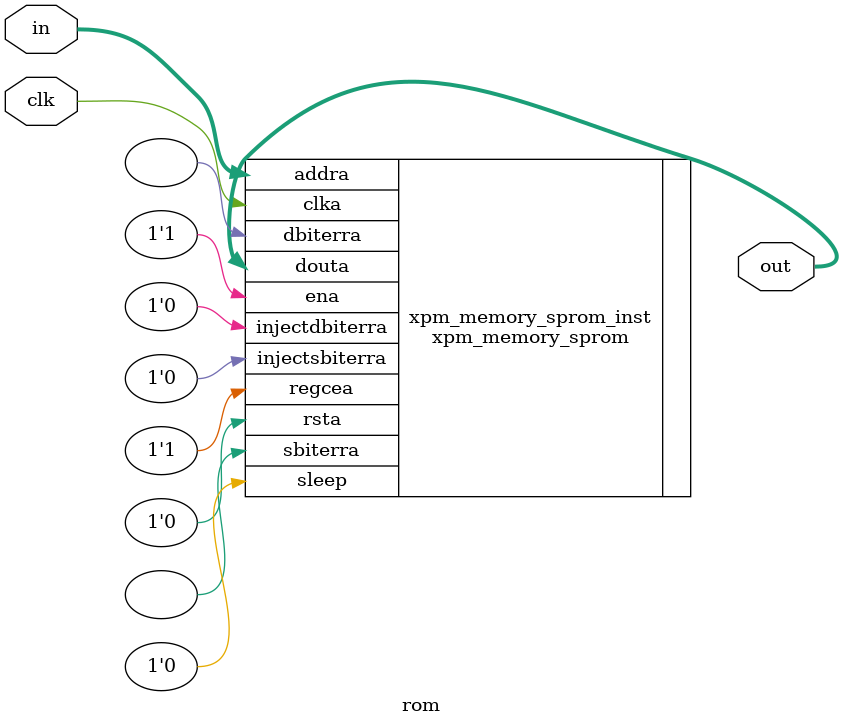
<source format=v>
module rom (
    input  wire       clk,
    input  wire [3:0] in,
    output wire [7:0] out
);

    // TODO: Fill template of ROM from language template and adjust parameters/ports as needed.
    

// XPM_MEMORY instantiation template for Single Port ROM configurations
// Refer to the targeted device family architecture libraries guide for XPM_MEMORY documentation
// =======================================================================================================================

// Parameter usage table, organized as follows:
// +---------------------------------------------------------------------------------------------------------------------+
// | Parameter name       | Data type          | Restrictions, if applicable                                             |
// |---------------------------------------------------------------------------------------------------------------------|
// | Description                                                                                                         |
// +---------------------------------------------------------------------------------------------------------------------+
// +---------------------------------------------------------------------------------------------------------------------+
// | ADDR_WIDTH_A         | Integer            | Range: 1 - 20. Default value = 6.                                       |
// |---------------------------------------------------------------------------------------------------------------------|
// | Specify the width of the port A address port addra, in bits.                                                        |
// | Must be large enough to access the entire memory from port A, i.e. &gt;= $clog2(MEMORY_SIZE/READ_DATA_WIDTH_A).     |
// +---------------------------------------------------------------------------------------------------------------------+
// | AUTO_SLEEP_TIME      | Integer            | Range: 0 - 15. Default value = 0.                                       |
// |---------------------------------------------------------------------------------------------------------------------|
// | Must be set to 0                                                                                                    |
// | 0 - Disable auto-sleep feature                                                                                      |
// +---------------------------------------------------------------------------------------------------------------------+
// | CASCADE_HEIGHT       | Integer            | Range: 0 - 64. Default value = 0.                                       |
// |---------------------------------------------------------------------------------------------------------------------|
// | 0- No Cascade Height, Allow Vivado Synthesis to choose.                                                             |
// | 1 or more - Vivado Synthesis sets the specified value as Cascade Height.                                            |
// +---------------------------------------------------------------------------------------------------------------------+
// | ECC_BIT_RANGE        | String             | Default value = 7:0.                                                    |
// |---------------------------------------------------------------------------------------------------------------------|
// | This parameter is only used by synthesis. Specify the ECC bit range on the provided data.                           |
// | "7:0" - it specifies lower 8 bits are ECC bits.                                                                     |
// +---------------------------------------------------------------------------------------------------------------------+
// | ECC_MODE             | String             | Allowed values: no_ecc, both_encode_and_decode, decode_only, encode_only. Default value = no_ecc.|
// |---------------------------------------------------------------------------------------------------------------------|
// |                                                                                                                     |
// |   "no_ecc" - Disables ECC                                                                                           |
// |   "encode_only" - Enables ECC Encoder only                                                                          |
// |   "decode_only" - Enables ECC Decoder only                                                                          |
// |   "both_encode_and_decode" - Enables both ECC Encoder and Decoder                                                   |
// +---------------------------------------------------------------------------------------------------------------------+
// | ECC_TYPE             | String             | Allowed values: none, ECCHSIAO32-7, ECCHSIAO64-8, ECCHSIAO128-9, ECCH32-7, ECCH64-8. Default value = none.|
// |---------------------------------------------------------------------------------------------------------------------|
// | This parameter is only used by synthesis. Specify the algorithm used to generate the ecc bits outside the XPM Memory.|
// | XPM Memory does not performs ECC operation with this parameter.                                                     |
// |                                                                                                                     |
// |   "none" - No ECC                                                                                                   |
// |   "ECCH32-7" - 32 bit ECC Hamming algorithm is used                                                                 |
// |   "ECCH64-8" - 64 bit ECC Hamming algorithm is used                                                                 |
// |   "ECCHSIAO32-7" - 32 bit ECC HSIAO algorithm is used                                                               |
// |   "ECCHSIAO64-8" - 64 bit ECC HSIAO algorithm is used                                                               |
// |   "ECCHSIAO128-9" - 128 bit ECC HSIAO algorithm is used                                                             |
// +---------------------------------------------------------------------------------------------------------------------+
// | IGNORE_INIT_SYNTH    | Integer            | Range: 0 - 1. Default value = 0.                                        |
// |---------------------------------------------------------------------------------------------------------------------|
// | 0 - Initiazation file if specified will applies for both simulation and synthesis                                   |
// | 1 - Initiazation file if specified will applies for only simulation and will ignore for synthesis                   |
// +---------------------------------------------------------------------------------------------------------------------+
// | MEMORY_INIT_FILE     | String             | Default value = none.                                                   |
// |---------------------------------------------------------------------------------------------------------------------|
// | Specify "none" (including quotes) for no memory initialization, or specify the name of a memory initialization file-|
// | Enter only the name of the file with .mem extension, including quotes but without path (e.g. "my_file.mem").        |
// | File format must be ASCII and consist of only hexadecimal values organized into the specified depth by              |
// | narrowest data width generic value of the memory. Initialization of memory happens through the file name specified only when parameter|
// | MEMORY_INIT_PARAM value is equal to "".                                                                             |
// | When using XPM_MEMORY in a project, add the specified file to the Vivado project as a design source.                |
// +---------------------------------------------------------------------------------------------------------------------+
// | MEMORY_INIT_PARAM    | String             | Default value = 0.                                                      |
// |---------------------------------------------------------------------------------------------------------------------|
// | Specify "" or "0" (including quotes) for no memory initialization through parameter, or specify the string          |
// | containing the hex characters. Enter only hex characters with each location separated by delimiter (,).             |
// | Parameter format must be ASCII and consist of only hexadecimal values organized into the specified depth by         |
// | narrowest data width generic value of the memory.For example, if the narrowest data width is 8, and the depth of    |
// | memory is 8 locations, then the parameter value should be passed as shown below.                                    |
// | parameter MEMORY_INIT_PARAM = "AB,CD,EF,1,2,34,56,78"                                                               |
// | Where "AB" is the 0th location and "78" is the 7th location.                                                        |
// +---------------------------------------------------------------------------------------------------------------------+
// | MEMORY_OPTIMIZATION  | String             | Allowed values: true, false. Default value = true.                      |
// |---------------------------------------------------------------------------------------------------------------------|
// | Specify "true" to enable the optimization of unused memory or bits in the memory structure. Specify "false" to      |
// | disable the optimization of unused memory or bits in the memory structure.                                          |
// +---------------------------------------------------------------------------------------------------------------------+
// | MEMORY_PRIMITIVE     | String             | Allowed values: auto, block, distributed, ultra. Default value = auto.  |
// |---------------------------------------------------------------------------------------------------------------------|
// | Designate the memory primitive (resource type) to use-                                                              |
// | "auto"- Allow Vivado Synthesis to choose                                                                            |
// | "distributed"- Distributed memory                                                                                   |
// | "block"- Block memory                                                                                               |
// +---------------------------------------------------------------------------------------------------------------------+
// | MEMORY_SIZE          | Integer            | Range: 2 - 150994944. Default value = 2048.                             |
// |---------------------------------------------------------------------------------------------------------------------|
// | Specify the total memory array size, in bits.                                                                       |
// | For example, enter 65536 for a 2kx32 ROM.                                                                           |
// +---------------------------------------------------------------------------------------------------------------------+
// | MESSAGE_CONTROL      | Integer            | Range: 0 - 1. Default value = 0.                                        |
// |---------------------------------------------------------------------------------------------------------------------|
// | Specify 1 to enable the dynamic message reporting such as collision warnings, and 0 to disable the message reporting|
// +---------------------------------------------------------------------------------------------------------------------+
// | RAM_DECOMP           | String             | Allowed values: auto, area, power. Default value = auto.                |
// |---------------------------------------------------------------------------------------------------------------------|
// |  Specifies the decomposition of the memory.                                                                         |
// |  "auto" - Synthesis selects default.                                                                                |
// |  "power" - Synthesis selects a strategy to reduce switching activity of RAMs and maps using widest configuration possible.|
// |  "area" - Synthesis selects a strategy to reduce RAM resource count.                                                |
// +---------------------------------------------------------------------------------------------------------------------+
// | READ_DATA_WIDTH_A    | Integer            | Range: 1 - 4608. Default value = 32.                                    |
// |---------------------------------------------------------------------------------------------------------------------|
// | Specify the width of the port A read data output port douta, in bits.                                               |
// +---------------------------------------------------------------------------------------------------------------------+
// | READ_LATENCY_A       | Integer            | Range: 0 - 100. Default value = 2.                                      |
// |---------------------------------------------------------------------------------------------------------------------|
// | Specify the number of register stages in the port A read data pipeline. Read data output to port douta takes this   |
// | number of clka cycles.                                                                                              |
// | To target block memory, a value of 1 or larger is required- 1 causes use of memory latch only; 2 causes use of      |
// | output register. To target distributed memory, a value of 0 or larger is required- 0 indicates combinatorial output.|
// | Values larger than 2 synthesize additional flip-flops that are not retimed into memory primitives.                  |
// +---------------------------------------------------------------------------------------------------------------------+
// | READ_RESET_VALUE_A   | String             | Default value = 0.                                                      |
// |---------------------------------------------------------------------------------------------------------------------|
// | Specify the reset value of the port A final output register stage in response to rsta input port is assertion.      |
// | For example, to reset the value of port douta to all 0s when READ_DATA_WIDTH_A is 32, specify 32HHHHh0.             |
// +---------------------------------------------------------------------------------------------------------------------+
// | RST_MODE_A           | String             | Allowed values: SYNC, ASYNC. Default value = SYNC.                      |
// |---------------------------------------------------------------------------------------------------------------------|
// | Describes the behaviour of the reset                                                                                |
// |                                                                                                                     |
// |   "SYNC" - when reset is applied, synchronously resets output port douta to the value specified by parameter READ_RESET_VALUE_A|
// |   "ASYNC" - when reset is applied, asynchronously resets output port douta to zero                                  |
// +---------------------------------------------------------------------------------------------------------------------+
// | SIM_ASSERT_CHK       | Integer            | Range: 0 - 1. Default value = 0.                                        |
// |---------------------------------------------------------------------------------------------------------------------|
// | 0- Disable simulation message reporting. Messages related to potential misuse will not be reported.                 |
// | 1- Enable simulation message reporting. Messages related to potential misuse will be reported.                      |
// +---------------------------------------------------------------------------------------------------------------------+
// | USE_MEM_INIT         | Integer            | Range: 0 - 1. Default value = 1.                                        |
// |---------------------------------------------------------------------------------------------------------------------|
// | Specify 1 to enable the generation of below message and 0 to disable generation of the following message completely.|
// | "INFO - MEMORY_INIT_FILE and MEMORY_INIT_PARAM together specifies no memory initialization.                         |
// | Initial memory contents will be all 0s."                                                                            |
// | NOTE: This message gets generated only when there is no Memory Initialization specified either through file or      |
// | Parameter.                                                                                                          |
// +---------------------------------------------------------------------------------------------------------------------+
// | USE_MEM_INIT_MMI     | Integer            | Range: 0 - 1. Default value = 0.                                        |
// |---------------------------------------------------------------------------------------------------------------------|
// | Specify 1 to expose this memory information to be written out in the MMI file.                                      |
// +---------------------------------------------------------------------------------------------------------------------+
// | WAKEUP_TIME          | String             | Allowed values: disable_sleep, use_sleep_pin. Default value = disable_sleep.|
// |---------------------------------------------------------------------------------------------------------------------|
// | Specify "disable_sleep" to disable dynamic power saving option, and specify "use_sleep_pin" to enable the           |
// | dynamic power saving option                                                                                         |
// +---------------------------------------------------------------------------------------------------------------------+

// Port usage table, organized as follows:
// +---------------------------------------------------------------------------------------------------------------------+
// | Port name      | Direction | Size, in bits                         | Domain  | Sense       | Handling if unused     |
// |---------------------------------------------------------------------------------------------------------------------|
// | Description                                                                                                         |
// +---------------------------------------------------------------------------------------------------------------------+
// +---------------------------------------------------------------------------------------------------------------------+
// | addra          | Input     | ADDR_WIDTH_A                          | clka    | NA          | Required               |
// |---------------------------------------------------------------------------------------------------------------------|
// | Address for port A read operations.                                                                                 |
// +---------------------------------------------------------------------------------------------------------------------+
// | clka           | Input     | 1                                     | NA      | Rising edge | Required               |
// |---------------------------------------------------------------------------------------------------------------------|
// | Clock signal for port A.                                                                                            |
// +---------------------------------------------------------------------------------------------------------------------+
// | dbiterra       | Output    | 1                                     | clka    | Active-high | DoNotCare              |
// |---------------------------------------------------------------------------------------------------------------------|
// | Leave open.                                                                                                         |
// +---------------------------------------------------------------------------------------------------------------------+
// | douta          | Output    | READ_DATA_WIDTH_A                     | clka    | NA          | Required               |
// |---------------------------------------------------------------------------------------------------------------------|
// | Data output for port A read operations.                                                                             |
// +---------------------------------------------------------------------------------------------------------------------+
// | ena            | Input     | 1                                     | clka    | Active-high | Required               |
// |---------------------------------------------------------------------------------------------------------------------|
// | Memory enable signal for port A.                                                                                    |
// | Must be high on clock cycles when read operations are initiated. Pipelined internally.                              |
// +---------------------------------------------------------------------------------------------------------------------+
// | injectdbiterra | Input     | 1                                     | clka    | Active-high | Tie to 1'b0            |
// |---------------------------------------------------------------------------------------------------------------------|
// | Do not change from the provided value.                                                                              |
// +---------------------------------------------------------------------------------------------------------------------+
// | injectsbiterra | Input     | 1                                     | clka    | Active-high | Tie to 1'b0            |
// |---------------------------------------------------------------------------------------------------------------------|
// | Do not change from the provided value.                                                                              |
// +---------------------------------------------------------------------------------------------------------------------+
// | regcea         | Input     | 1                                     | clka    | Active-high | Tie to 1'b1            |
// |---------------------------------------------------------------------------------------------------------------------|
// | Do not change from the provided value.                                                                              |
// +---------------------------------------------------------------------------------------------------------------------+
// | rsta           | Input     | 1                                     | clka    | Active-high | Required               |
// |---------------------------------------------------------------------------------------------------------------------|
// | Reset signal for the final port A output register stage.                                                            |
// | Synchronously resets output port douta to the value specified by parameter READ_RESET_VALUE_A.                      |
// +---------------------------------------------------------------------------------------------------------------------+
// | sbiterra       | Output    | 1                                     | clka    | Active-high | DoNotCare              |
// |---------------------------------------------------------------------------------------------------------------------|
// | Leave open.                                                                                                         |
// +---------------------------------------------------------------------------------------------------------------------+
// | sleep          | Input     | 1                                     | NA      | Active-high | Tie to 1'b0            |
// |---------------------------------------------------------------------------------------------------------------------|
// | sleep signal to enable the dynamic power saving feature.                                                            |
// +---------------------------------------------------------------------------------------------------------------------+


// xpm_memory_sprom : In order to incorporate this function into the design,
//     Verilog      : the following instance declaration needs to be placed
//     instance     : in the body of the design code.  The instance name
//   declaration    : (xpm_memory_sprom_inst) and/or the port declarations within the
//       code       : parenthesis may be changed to properly reference and
//                  : connect this function to the design.  All inputs
//                  : and outputs must be connected.

//  Please reference the appropriate libraries guide for additional information on the XPM modules.

//  <-----Cut code below this line---->

   // xpm_memory_sprom: Single Port ROM
   // Xilinx Parameterized Macro, version 2025.2

   xpm_memory_sprom #(
      .ADDR_WIDTH_A(4),              // DECIMAL
      .AUTO_SLEEP_TIME(0),           // DECIMAL
      .CASCADE_HEIGHT(0),            // DECIMAL
      .ECC_BIT_RANGE("7:0"),         // String
      .ECC_MODE("no_ecc"),           // String
      .ECC_TYPE("none"),             // String
      .IGNORE_INIT_SYNTH(0),         // DECIMAL
      .MEMORY_INIT_FILE("data.mem"),     // String
      .MEMORY_INIT_PARAM(""),       // String
      .MEMORY_OPTIMIZATION("true"),  // String
      .MEMORY_PRIMITIVE("auto"),     // String
      .MEMORY_SIZE(128),            // DECIMAL
      .MESSAGE_CONTROL(0),           // DECIMAL
      .RAM_DECOMP("auto"),           // String
      .READ_DATA_WIDTH_A(8),        // DECIMAL
      .READ_LATENCY_A(1),            // DECIMAL
      .READ_RESET_VALUE_A("0"),      // String
      .RST_MODE_A("SYNC"),           // String
      .SIM_ASSERT_CHK(0),            // DECIMAL; 0=disable simulation messages, 1=enable simulation messages
      .USE_MEM_INIT(1),              // DECIMAL
      .USE_MEM_INIT_MMI(1),          // DECIMAL
      .WAKEUP_TIME("disable_sleep")  // String
   )
   xpm_memory_sprom_inst (
      .dbiterra(),             // 1-bit output: Leave open.
      .douta(out),                   // READ_DATA_WIDTH_A-bit output: Data output for port A read operations.
      .sbiterra(),             // 1-bit output: Leave open.
      .addra(in),                   // ADDR_WIDTH_A-bit input: Address for port A read operations.
      .clka(clk),                     // 1-bit input: Clock signal for port A.
      .ena(1'b1),                       // 1-bit input: Memory enable signal for port A. Must be high on clock cycles when read operations are
                                       // initiated. Pipelined internally.

      .injectdbiterra(1'b0), // 1-bit input: Do not change from the provided value.
      .injectsbiterra(1'b0), // 1-bit input: Do not change from the provided value.
      .regcea(1'b1),                 // 1-bit input: Do not change from the provided value.
      .rsta(1'b0),                     // 1-bit input: Reset signal for the final port A output register stage. Synchronously resets output port
                                       // douta to the value specified by parameter READ_RESET_VALUE_A.

      .sleep(1'b0)                    // 1-bit input: sleep signal to enable the dynamic power saving feature.
   );

   // End of xpm_memory_sprom_inst instantiation


endmodule

</source>
